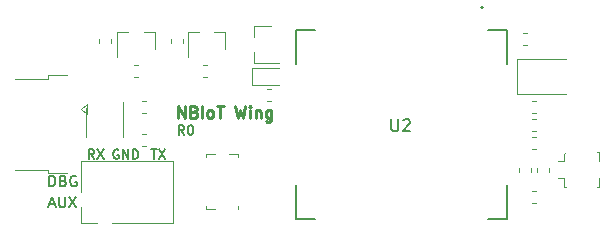
<source format=gbr>
G04 #@! TF.GenerationSoftware,KiCad,Pcbnew,(5.1.5)-3*
G04 #@! TF.CreationDate,2019-12-24T16:56:49-08:00*
G04 #@! TF.ProjectId,NBIoT Wing,4e42496f-5420-4576-996e-672e6b696361,rev?*
G04 #@! TF.SameCoordinates,Original*
G04 #@! TF.FileFunction,Legend,Top*
G04 #@! TF.FilePolarity,Positive*
%FSLAX46Y46*%
G04 Gerber Fmt 4.6, Leading zero omitted, Abs format (unit mm)*
G04 Created by KiCad (PCBNEW (5.1.5)-3) date 2019-12-24 16:56:49*
%MOMM*%
%LPD*%
G04 APERTURE LIST*
%ADD10C,0.150000*%
%ADD11C,0.250000*%
%ADD12C,0.200000*%
%ADD13C,0.120000*%
%ADD14C,0.127000*%
G04 APERTURE END LIST*
D10*
X144138666Y-101199904D02*
X143872000Y-100818952D01*
X143681523Y-101199904D02*
X143681523Y-100399904D01*
X143986285Y-100399904D01*
X144062476Y-100438000D01*
X144100571Y-100476095D01*
X144138666Y-100552285D01*
X144138666Y-100666571D01*
X144100571Y-100742761D01*
X144062476Y-100780857D01*
X143986285Y-100818952D01*
X143681523Y-100818952D01*
X144633904Y-100399904D02*
X144710095Y-100399904D01*
X144786285Y-100438000D01*
X144824380Y-100476095D01*
X144862476Y-100552285D01*
X144900571Y-100704666D01*
X144900571Y-100895142D01*
X144862476Y-101047523D01*
X144824380Y-101123714D01*
X144786285Y-101161809D01*
X144710095Y-101199904D01*
X144633904Y-101199904D01*
X144557714Y-101161809D01*
X144519619Y-101123714D01*
X144481523Y-101047523D01*
X144443428Y-100895142D01*
X144443428Y-100704666D01*
X144481523Y-100552285D01*
X144519619Y-100476095D01*
X144557714Y-100438000D01*
X144633904Y-100399904D01*
D11*
X143621619Y-99766380D02*
X143621619Y-98766380D01*
X144193047Y-99766380D01*
X144193047Y-98766380D01*
X145002571Y-99242571D02*
X145145428Y-99290190D01*
X145193047Y-99337809D01*
X145240666Y-99433047D01*
X145240666Y-99575904D01*
X145193047Y-99671142D01*
X145145428Y-99718761D01*
X145050190Y-99766380D01*
X144669238Y-99766380D01*
X144669238Y-98766380D01*
X145002571Y-98766380D01*
X145097809Y-98814000D01*
X145145428Y-98861619D01*
X145193047Y-98956857D01*
X145193047Y-99052095D01*
X145145428Y-99147333D01*
X145097809Y-99194952D01*
X145002571Y-99242571D01*
X144669238Y-99242571D01*
X145669238Y-99766380D02*
X145669238Y-98766380D01*
X146288285Y-99766380D02*
X146193047Y-99718761D01*
X146145428Y-99671142D01*
X146097809Y-99575904D01*
X146097809Y-99290190D01*
X146145428Y-99194952D01*
X146193047Y-99147333D01*
X146288285Y-99099714D01*
X146431142Y-99099714D01*
X146526380Y-99147333D01*
X146574000Y-99194952D01*
X146621619Y-99290190D01*
X146621619Y-99575904D01*
X146574000Y-99671142D01*
X146526380Y-99718761D01*
X146431142Y-99766380D01*
X146288285Y-99766380D01*
X146907333Y-98766380D02*
X147478761Y-98766380D01*
X147193047Y-99766380D02*
X147193047Y-98766380D01*
X148478761Y-98766380D02*
X148716857Y-99766380D01*
X148907333Y-99052095D01*
X149097809Y-99766380D01*
X149335904Y-98766380D01*
X149716857Y-99766380D02*
X149716857Y-99099714D01*
X149716857Y-98766380D02*
X149669238Y-98814000D01*
X149716857Y-98861619D01*
X149764476Y-98814000D01*
X149716857Y-98766380D01*
X149716857Y-98861619D01*
X150193047Y-99099714D02*
X150193047Y-99766380D01*
X150193047Y-99194952D02*
X150240666Y-99147333D01*
X150335904Y-99099714D01*
X150478761Y-99099714D01*
X150574000Y-99147333D01*
X150621619Y-99242571D01*
X150621619Y-99766380D01*
X151526380Y-99099714D02*
X151526380Y-99909238D01*
X151478761Y-100004476D01*
X151431142Y-100052095D01*
X151335904Y-100099714D01*
X151193047Y-100099714D01*
X151097809Y-100052095D01*
X151526380Y-99718761D02*
X151431142Y-99766380D01*
X151240666Y-99766380D01*
X151145428Y-99718761D01*
X151097809Y-99671142D01*
X151050190Y-99575904D01*
X151050190Y-99290190D01*
X151097809Y-99194952D01*
X151145428Y-99147333D01*
X151240666Y-99099714D01*
X151431142Y-99099714D01*
X151526380Y-99147333D01*
D10*
X141376476Y-102431904D02*
X141833619Y-102431904D01*
X141605047Y-103231904D02*
X141605047Y-102431904D01*
X142024095Y-102431904D02*
X142557428Y-103231904D01*
X142557428Y-102431904D02*
X142024095Y-103231904D01*
X138582476Y-102470000D02*
X138506285Y-102431904D01*
X138392000Y-102431904D01*
X138277714Y-102470000D01*
X138201523Y-102546190D01*
X138163428Y-102622380D01*
X138125333Y-102774761D01*
X138125333Y-102889047D01*
X138163428Y-103041428D01*
X138201523Y-103117619D01*
X138277714Y-103193809D01*
X138392000Y-103231904D01*
X138468190Y-103231904D01*
X138582476Y-103193809D01*
X138620571Y-103155714D01*
X138620571Y-102889047D01*
X138468190Y-102889047D01*
X138963428Y-103231904D02*
X138963428Y-102431904D01*
X139420571Y-103231904D01*
X139420571Y-102431904D01*
X139801523Y-103231904D02*
X139801523Y-102431904D01*
X139992000Y-102431904D01*
X140106285Y-102470000D01*
X140182476Y-102546190D01*
X140220571Y-102622380D01*
X140258666Y-102774761D01*
X140258666Y-102889047D01*
X140220571Y-103041428D01*
X140182476Y-103117619D01*
X140106285Y-103193809D01*
X139992000Y-103231904D01*
X139801523Y-103231904D01*
X136518666Y-103231904D02*
X136252000Y-102850952D01*
X136061523Y-103231904D02*
X136061523Y-102431904D01*
X136366285Y-102431904D01*
X136442476Y-102470000D01*
X136480571Y-102508095D01*
X136518666Y-102584285D01*
X136518666Y-102698571D01*
X136480571Y-102774761D01*
X136442476Y-102812857D01*
X136366285Y-102850952D01*
X136061523Y-102850952D01*
X136785333Y-102431904D02*
X137318666Y-103231904D01*
X137318666Y-102431904D02*
X136785333Y-103231904D01*
D12*
X132743714Y-107084000D02*
X133172285Y-107084000D01*
X132658000Y-107341142D02*
X132958000Y-106441142D01*
X133258000Y-107341142D01*
X133558000Y-106441142D02*
X133558000Y-107169714D01*
X133600857Y-107255428D01*
X133643714Y-107298285D01*
X133729428Y-107341142D01*
X133900857Y-107341142D01*
X133986571Y-107298285D01*
X134029428Y-107255428D01*
X134072285Y-107169714D01*
X134072285Y-106441142D01*
X134415142Y-106441142D02*
X135015142Y-107341142D01*
X135015142Y-106441142D02*
X134415142Y-107341142D01*
X132722285Y-105563142D02*
X132722285Y-104663142D01*
X132936571Y-104663142D01*
X133065142Y-104706000D01*
X133150857Y-104791714D01*
X133193714Y-104877428D01*
X133236571Y-105048857D01*
X133236571Y-105177428D01*
X133193714Y-105348857D01*
X133150857Y-105434571D01*
X133065142Y-105520285D01*
X132936571Y-105563142D01*
X132722285Y-105563142D01*
X133922285Y-105091714D02*
X134050857Y-105134571D01*
X134093714Y-105177428D01*
X134136571Y-105263142D01*
X134136571Y-105391714D01*
X134093714Y-105477428D01*
X134050857Y-105520285D01*
X133965142Y-105563142D01*
X133622285Y-105563142D01*
X133622285Y-104663142D01*
X133922285Y-104663142D01*
X134008000Y-104706000D01*
X134050857Y-104748857D01*
X134093714Y-104834571D01*
X134093714Y-104920285D01*
X134050857Y-105006000D01*
X134008000Y-105048857D01*
X133922285Y-105091714D01*
X133622285Y-105091714D01*
X134993714Y-104706000D02*
X134908000Y-104663142D01*
X134779428Y-104663142D01*
X134650857Y-104706000D01*
X134565142Y-104791714D01*
X134522285Y-104877428D01*
X134479428Y-105048857D01*
X134479428Y-105177428D01*
X134522285Y-105348857D01*
X134565142Y-105434571D01*
X134650857Y-105520285D01*
X134779428Y-105563142D01*
X134865142Y-105563142D01*
X134993714Y-105520285D01*
X135036571Y-105477428D01*
X135036571Y-105177428D01*
X134865142Y-105177428D01*
D13*
X143189000Y-108645000D02*
X143189000Y-103445000D01*
X138049000Y-108645000D02*
X143189000Y-108645000D01*
X135449000Y-103445000D02*
X143189000Y-103445000D01*
X135449000Y-106045000D02*
X135449000Y-103445000D01*
X136779000Y-108645000D02*
X135449000Y-108645000D01*
X135449000Y-108645000D02*
X135449000Y-107315000D01*
X176300000Y-104840000D02*
X175800000Y-104840000D01*
X176300000Y-103440000D02*
X175800000Y-103440000D01*
X176300000Y-103440000D02*
X176300000Y-102840000D01*
X176300000Y-102840000D02*
X176500000Y-102640000D01*
X176500000Y-105640000D02*
X176300000Y-105640000D01*
X176300000Y-105640000D02*
X176300000Y-104840000D01*
X179300000Y-104840000D02*
X179300000Y-105640000D01*
X179300000Y-105640000D02*
X179100000Y-105640000D01*
X179100000Y-102640000D02*
X179300000Y-102640000D01*
X179300000Y-102640000D02*
X179300000Y-103440000D01*
X176502000Y-94756000D02*
X172292000Y-94756000D01*
X172292000Y-94756000D02*
X172292000Y-97776000D01*
X172292000Y-97776000D02*
X176502000Y-97776000D01*
X173573221Y-102364000D02*
X173898779Y-102364000D01*
X173573221Y-101344000D02*
X173898779Y-101344000D01*
X173573221Y-98296000D02*
X173898779Y-98296000D01*
X173573221Y-99316000D02*
X173898779Y-99316000D01*
X173573221Y-100840000D02*
X173898779Y-100840000D01*
X173573221Y-99820000D02*
X173898779Y-99820000D01*
X135856000Y-98960000D02*
X135856000Y-101360000D01*
X138956000Y-101360000D02*
X138956000Y-98410000D01*
X152184000Y-95531000D02*
X149899000Y-95531000D01*
X149899000Y-95531000D02*
X149899000Y-97001000D01*
X149899000Y-97001000D02*
X152184000Y-97001000D01*
X132653000Y-96155000D02*
X134203000Y-96155000D01*
X132653000Y-96155000D02*
X132653000Y-96455000D01*
X129853000Y-96455000D02*
X132653000Y-96455000D01*
X132653000Y-104455000D02*
X134203000Y-104455000D01*
X132653000Y-104155000D02*
X132653000Y-104455000D01*
X129853000Y-104155000D02*
X132653000Y-104155000D01*
X135903000Y-99405000D02*
X135453000Y-99005000D01*
X135903000Y-98605000D02*
X135903000Y-99405000D01*
X135453000Y-99005000D02*
X135903000Y-98605000D01*
X150052500Y-91955500D02*
X150052500Y-92885500D01*
X150052500Y-95115500D02*
X150052500Y-94185500D01*
X150052500Y-95115500D02*
X152212500Y-95115500D01*
X150052500Y-91955500D02*
X151512500Y-91955500D01*
X147630000Y-92458000D02*
X146700000Y-92458000D01*
X144470000Y-92458000D02*
X145400000Y-92458000D01*
X144470000Y-92458000D02*
X144470000Y-94618000D01*
X147630000Y-92458000D02*
X147630000Y-93918000D01*
X141661000Y-92458000D02*
X141661000Y-93918000D01*
X138501000Y-92458000D02*
X138501000Y-94618000D01*
X138501000Y-92458000D02*
X139431000Y-92458000D01*
X141661000Y-92458000D02*
X140731000Y-92458000D01*
X173136779Y-93601000D02*
X172811221Y-93601000D01*
X173136779Y-92581000D02*
X172811221Y-92581000D01*
X140553221Y-98296000D02*
X140878779Y-98296000D01*
X140553221Y-99316000D02*
X140878779Y-99316000D01*
X140553221Y-102110000D02*
X140878779Y-102110000D01*
X140553221Y-101090000D02*
X140878779Y-101090000D01*
X151157721Y-97280000D02*
X151483279Y-97280000D01*
X151157721Y-98300000D02*
X151483279Y-98300000D01*
X146085779Y-95248000D02*
X145760221Y-95248000D01*
X146085779Y-96268000D02*
X145760221Y-96268000D01*
X140243779Y-96268000D02*
X139918221Y-96268000D01*
X140243779Y-95248000D02*
X139918221Y-95248000D01*
X143000000Y-93055221D02*
X143000000Y-93380779D01*
X144020000Y-93055221D02*
X144020000Y-93380779D01*
X136904000Y-93055221D02*
X136904000Y-93380779D01*
X137924000Y-93055221D02*
X137924000Y-93380779D01*
X146720000Y-107506000D02*
X145970000Y-107506000D01*
X145970000Y-107506000D02*
X145970000Y-107256000D01*
X148670000Y-107506000D02*
X148670000Y-107256000D01*
X146720000Y-102806000D02*
X145970000Y-102806000D01*
X145970000Y-102806000D02*
X145970000Y-103056000D01*
X147920000Y-102806000D02*
X148670000Y-102806000D01*
X148670000Y-102806000D02*
X148670000Y-103056000D01*
D14*
X171485000Y-95230000D02*
X171485000Y-92355000D01*
X171485000Y-92355000D02*
X169860000Y-92355000D01*
X171485000Y-105430000D02*
X171485000Y-108305000D01*
X171485000Y-108305000D02*
X169860000Y-108305000D01*
X155260000Y-92355000D02*
X153635000Y-92355000D01*
X153635000Y-92355000D02*
X153635000Y-95230000D01*
X153635000Y-105430000D02*
X153635000Y-108305000D01*
X153635000Y-108305000D02*
X155260000Y-108305000D01*
D12*
X169460000Y-90430000D02*
G75*
G03X169460000Y-90430000I-100000J0D01*
G01*
D13*
X173484000Y-104302779D02*
X173484000Y-103977221D01*
X172464000Y-104302779D02*
X172464000Y-103977221D01*
X173988000Y-104302779D02*
X173988000Y-103977221D01*
X175008000Y-104302779D02*
X175008000Y-103977221D01*
X173898779Y-106936000D02*
X173573221Y-106936000D01*
X173898779Y-105916000D02*
X173573221Y-105916000D01*
D10*
X161698095Y-99882380D02*
X161698095Y-100691904D01*
X161745714Y-100787142D01*
X161793333Y-100834761D01*
X161888571Y-100882380D01*
X162079047Y-100882380D01*
X162174285Y-100834761D01*
X162221904Y-100787142D01*
X162269523Y-100691904D01*
X162269523Y-99882380D01*
X162698095Y-99977619D02*
X162745714Y-99930000D01*
X162840952Y-99882380D01*
X163079047Y-99882380D01*
X163174285Y-99930000D01*
X163221904Y-99977619D01*
X163269523Y-100072857D01*
X163269523Y-100168095D01*
X163221904Y-100310952D01*
X162650476Y-100882380D01*
X163269523Y-100882380D01*
M02*

</source>
